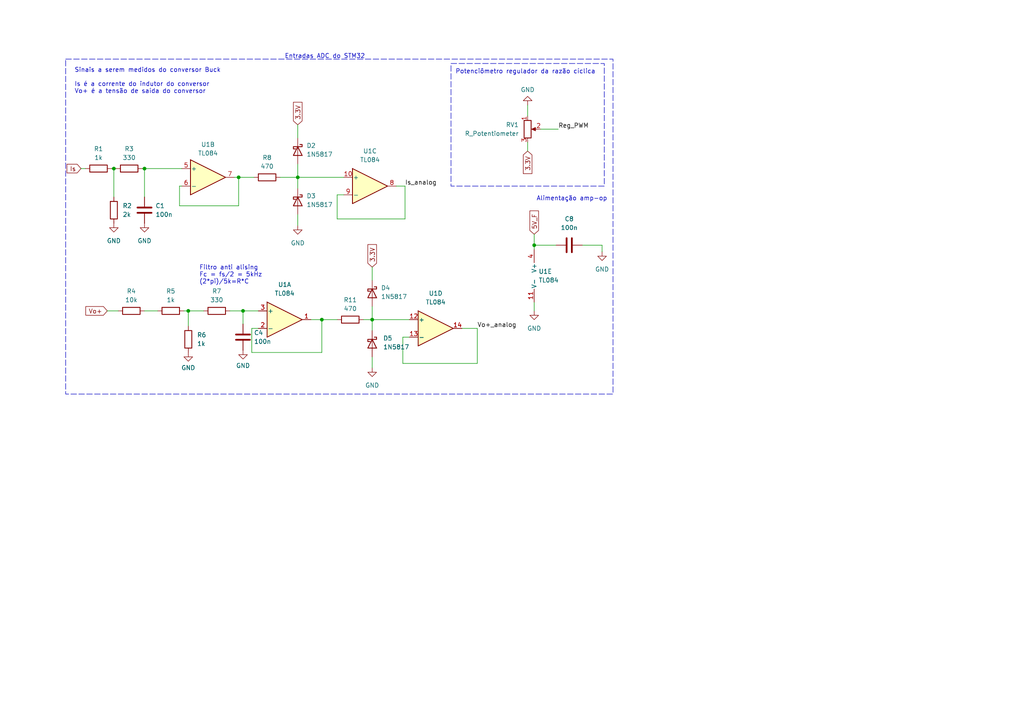
<source format=kicad_sch>
(kicad_sch (version 20230121) (generator eeschema)
  (paper "A4")
  (lib_symbols
    (symbol "Amplifier_Operational:TL084" (pin_names (offset 0.127))
      (property "Reference" "U" (at 0 5.08 0))
      (property "Value" "TL084" (at 0 -5.08 0))
      (symbol "TL084_1_1"
        (polyline (pts (xy -5.08 5.08) (xy 5.08 0) (xy -5.08 -5.08) (xy -5.08 5.08)) (stroke (width 0.254)) (fill (type background)))
        (pin output line (at 7.62 0 180) (length 2.54) (name "~") (number "1"))
        (pin input line (at -7.62 -2.54 0) (length 2.54) (name "-") (number "2"))
        (pin input line (at -7.62 2.54 0) (length 2.54) (name "+") (number "3"))
      )
      (symbol "TL084_2_1"
        (polyline (pts (xy -5.08 5.08) (xy 5.08 0) (xy -5.08 -5.08) (xy -5.08 5.08)) (stroke (width 0.254)) (fill (type background)))
        (pin input line (at -7.62 2.54 0) (length 2.54) (name "+") (number "5"))
        (pin input line (at -7.62 -2.54 0) (length 2.54) (name "-") (number "6"))
        (pin output line (at 7.62 0 180) (length 2.54) (name "~") (number "7"))
      )
      (symbol "TL084_3_1"
        (polyline (pts (xy -5.08 5.08) (xy 5.08 0) (xy -5.08 -5.08) (xy -5.08 5.08)) (stroke (width 0.254)) (fill (type background)))
        (pin input line (at -7.62 2.54 0) (length 2.54) (name "+") (number "10"))
        (pin output line (at 7.62 0 180) (length 2.54) (name "~") (number "8"))
        (pin input line (at -7.62 -2.54 0) (length 2.54) (name "-") (number "9"))
      )
      (symbol "TL084_4_1"
        (polyline (pts (xy -5.08 5.08) (xy 5.08 0) (xy -5.08 -5.08) (xy -5.08 5.08)) (stroke (width 0.254)) (fill (type background)))
        (pin input line (at -7.62 2.54 0) (length 2.54) (name "+") (number "12"))
        (pin input line (at -7.62 -2.54 0) (length 2.54) (name "-") (number "13"))
        (pin output line (at 7.62 0 180) (length 2.54) (name "~") (number "14"))
      )
      (symbol "TL084_5_1"
        (pin power_in line (at -2.54 -7.62 90) (length 3.81) (name "V-") (number "11"))
        (pin power_in line (at -2.54 7.62 270) (length 3.81) (name "V+") (number "4"))
      )
    )
    (symbol "Device:C" (pin_numbers hide) (pin_names (offset 0.254))
      (property "Reference" "C" (at 0.635 2.54 0))
      (property "Value" "C" (at 0.635 -2.54 0))
      (symbol "C_0_1"
        (polyline (pts (xy -2.032 -0.762) (xy 2.032 -0.762)) (stroke (width 0.508)))
        (polyline (pts (xy -2.032 0.762) (xy 2.032 0.762)) (stroke (width 0.508)))
      )
      (symbol "C_1_1"
        (pin passive line (at 0 3.81 270) (length 2.794) (name "~") (number "1"))
        (pin passive line (at 0 -3.81 90) (length 2.794) (name "~") (number "2"))
      )
    )
    (symbol "Device:R" (pin_numbers hide) (pin_names (offset 0))
      (property "Reference" "R" (at 2.032 0 90))
      (property "Value" "R" (at 0 0 90))
      (symbol "R_0_1"
        (rectangle (start -1.016 -2.54) (end 1.016 2.54) (stroke (width 0.254)))
      )
      (symbol "R_1_1"
        (pin passive line (at 0 3.81 270) (length 1.27) (name "~") (number "1"))
        (pin passive line (at 0 -3.81 90) (length 1.27) (name "~") (number "2"))
      )
    )
    (symbol "Device:R_Potentiometer" (pin_names (offset 1.016) hide)
      (property "Reference" "RV" (at -4.445 0 90))
      (property "Value" "R_Potentiometer" (at -2.54 0 90))
      (symbol "R_Potentiometer_0_1"
        (polyline (pts (xy 2.54 0) (xy 1.524 0)))
        (polyline (pts (xy 1.143 0) (xy 2.286 0.508) (xy 2.286 -0.508) (xy 1.143 0)) (fill (type outline)))
        (rectangle (start 1.016 2.54) (end -1.016 -2.54) (stroke (width 0.254)))
      )
      (symbol "R_Potentiometer_1_1"
        (pin passive line (at 0 3.81 270) (length 1.27) (name "1") (number "1"))
        (pin passive line (at 3.81 0 180) (length 1.27) (name "2") (number "2"))
        (pin passive line (at 0 -3.81 90) (length 1.27) (name "3") (number "3"))
      )
    )
    (symbol "Diode:1N5817" (pin_numbers hide) (pin_names (offset 1.016) hide)
      (property "Reference" "D" (at 0 2.54 0))
      (property "Value" "1N5817" (at 0 -2.54 0))
      (symbol "1N5817_0_1"
        (polyline (pts (xy 1.27 0) (xy -1.27 0)))
        (polyline (pts (xy 1.27 1.27) (xy 1.27 -1.27) (xy -1.27 0) (xy 1.27 1.27)) (stroke (width 0.254)))
        (polyline (pts (xy -1.905 0.635) (xy -1.905 1.27) (xy -1.27 1.27) (xy -1.27 -1.27) (xy -0.635 -1.27) (xy -0.635 -0.635)) (stroke (width 0.254)))
      )
      (symbol "1N5817_1_1"
        (pin passive line (at -3.81 0 0) (length 2.54) (name "K") (number "1"))
        (pin passive line (at 3.81 0 180) (length 2.54) (name "A") (number "2"))
      )
    )
    (symbol "power:GND" (power) (pin_names (offset 0))
      (property "Value" "GND" (at 0 -3.81 0))
      (symbol "GND_0_1"
        (polyline (pts (xy 0 0) (xy 0 -1.27) (xy 1.27 -1.27) (xy 0 -2.54) (xy -1.27 -1.27) (xy 0 -1.27)))
      )
      (symbol "GND_1_1"
        (pin power_in line (at 0 0 270) (length 0) hide (name "GND") (number "1"))
      )
    )
  )
  (junction (at 54.61 90.17))
  (junction (at 107.95 92.71))
  (junction (at 70.485 90.17))
  (junction (at 33.02 48.895))
  (junction (at 41.91 48.895))
  (junction (at 86.36 51.435))
  (junction (at 93.345 92.71))
  (junction (at 69.215 51.435))
  (junction (at 154.94 71.12))
  (wire (pts (xy 81.28 51.435) (xy 86.36 51.435)))
  (wire (pts (xy 41.91 48.895) (xy 41.91 57.15)))
  (wire (pts (xy 86.36 51.435) (xy 86.36 47.625)))
  (wire (pts (xy 133.985 95.25) (xy 138.43 95.25)))
  (wire (pts (xy 67.945 51.435) (xy 69.215 51.435)))
  (wire (pts (xy 70.485 93.98) (xy 70.485 90.17)))
  (wire (pts (xy 41.91 48.895) (xy 52.705 48.895)))
  (wire (pts (xy 138.43 95.25) (xy 138.43 105.41)))
  (wire (pts (xy 70.485 90.17) (xy 74.93 90.17)))
  (wire (pts (xy 73.025 95.25) (xy 74.93 95.25)))
  (wire (pts (xy 107.95 92.71) (xy 107.95 95.885)))
  (wire (pts (xy 154.94 67.945) (xy 154.94 71.12)))
  (wire (pts (xy 97.79 63.5) (xy 97.79 56.515)))
  (wire (pts (xy 33.02 48.895) (xy 33.655 48.895)))
  (wire (pts (xy 107.95 103.505) (xy 107.95 106.68)))
  (wire (pts (xy 32.385 48.895) (xy 33.02 48.895)))
  (wire (pts (xy 23.495 48.895) (xy 24.765 48.895)))
  (wire (pts (xy 52.07 59.69) (xy 69.215 59.69)))
  (wire (pts (xy 93.345 92.71) (xy 97.79 92.71)))
  (wire (pts (xy 86.36 51.435) (xy 86.36 54.61)))
  (wire (pts (xy 116.84 97.79) (xy 118.745 97.79)))
  (wire (pts (xy 154.94 71.12) (xy 161.29 71.12)))
  (wire (pts (xy 54.61 90.17) (xy 59.055 90.17)))
  (wire (pts (xy 97.79 56.515) (xy 99.695 56.515)))
  (wire (pts (xy 116.84 105.41) (xy 116.84 97.79)))
  (wire (pts (xy 154.94 71.12) (xy 154.94 72.39)))
  (wire (pts (xy 54.61 90.17) (xy 54.61 94.615)))
  (wire (pts (xy 52.705 53.975) (xy 52.07 53.975)))
  (wire (pts (xy 153.035 41.275) (xy 153.035 43.815)))
  (wire (pts (xy 69.215 51.435) (xy 73.66 51.435)))
  (wire (pts (xy 41.91 90.17) (xy 45.72 90.17)))
  (wire (pts (xy 66.675 90.17) (xy 70.485 90.17)))
  (wire (pts (xy 117.475 53.975) (xy 117.475 63.5)))
  (wire (pts (xy 31.115 90.17) (xy 34.29 90.17)))
  (wire (pts (xy 154.94 90.17) (xy 154.94 87.63)))
  (wire (pts (xy 33.02 48.895) (xy 33.02 57.15)))
  (wire (pts (xy 73.025 102.235) (xy 73.025 95.25)))
  (wire (pts (xy 86.36 36.195) (xy 86.36 40.005)))
  (wire (pts (xy 52.07 53.975) (xy 52.07 59.69)))
  (wire (pts (xy 114.935 53.975) (xy 117.475 53.975)))
  (wire (pts (xy 86.36 51.435) (xy 99.695 51.435)))
  (wire (pts (xy 153.035 30.48) (xy 153.035 33.655)))
  (wire (pts (xy 156.845 37.465) (xy 161.925 37.465)))
  (wire (pts (xy 69.215 51.435) (xy 69.215 59.69)))
  (wire (pts (xy 41.275 48.895) (xy 41.91 48.895)))
  (wire (pts (xy 93.345 102.235) (xy 73.025 102.235)))
  (wire (pts (xy 90.17 92.71) (xy 93.345 92.71)))
  (wire (pts (xy 174.625 73.025) (xy 174.625 71.12)))
  (wire (pts (xy 105.41 92.71) (xy 107.95 92.71)))
  (wire (pts (xy 107.95 92.71) (xy 118.745 92.71)))
  (wire (pts (xy 107.95 92.71) (xy 107.95 88.9)))
  (wire (pts (xy 107.95 77.47) (xy 107.95 81.28)))
  (wire (pts (xy 174.625 71.12) (xy 168.91 71.12)))
  (wire (pts (xy 93.345 92.71) (xy 93.345 102.235)))
  (wire (pts (xy 53.34 90.17) (xy 54.61 90.17)))
  (wire (pts (xy 138.43 105.41) (xy 116.84 105.41)))
  (wire (pts (xy 117.475 63.5) (xy 97.79 63.5)))
  (wire (pts (xy 86.36 62.23) (xy 86.36 65.405)))
  (rectangle (start 130.81 18.415) (end 175.26 53.975) (stroke (width 0) (type dash)))
  (rectangle (start 19.05 17.145) (end 177.8 114.3) (stroke (width 0) (type dash)))
  (text "Entradas ADC do STM32" (at 82.55 17.145 0) (effects (font (size 1.27 1.27)) (justify left bottom)))
  (text "Sinais a serem medidos do conversor Buck\n\nIs é a corrente do indutor do conversor\nVo+ é a tensão de saída do conversor\n" (at 21.59 27.305 0) (effects (font (size 1.27 1.27)) (justify left bottom)))
  (text "Filtro anti alising\nFc = fs/2 = 5kHz\n(2*pi)/5k=R*C" (at 57.785 82.55 0) (effects (font (size 1.27 1.27)) (justify left bottom)))
  (text "Alimentação amp-op" (at 155.575 58.42 0) (effects (font (size 1.27 1.27)) (justify left bottom)))
  (text "Potenciômetro regulador da razão cíclica" (at 132.08 21.59 0) (effects (font (size 1.27 1.27)) (justify left bottom)))
  (label "Vo+_analog" (at 138.43 95.25 0))
  (label "Is_analog" (at 117.475 53.975 0))
  (label "Reg_PWM" (at 161.925 37.465 0))
  (global_label "3.3V" (shape input) (at 153.035 43.815 270) (property "Intersheetrefs" "${INTERSHEET_REFS}" (effects hide)))
  (global_label "3.3V" (shape input) (at 86.36 36.195 90) (property "Intersheetrefs" "${INTERSHEET_REFS}" (effects hide)))
  (global_label "5V_F" (shape input) (at 154.94 67.945 90) (property "Intersheetrefs" "${INTERSHEET_REFS}" (effects hide)))
  (global_label "3.3V" (shape input) (at 107.95 77.47 90) (property "Intersheetrefs" "${INTERSHEET_REFS}" (effects hide)))
  (global_label "Is" (shape input) (at 23.495 48.895 180) (property "Intersheetrefs" "${INTERSHEET_REFS}" (effects hide)))
  (global_label "Vo+" (shape input) (at 31.115 90.17 180) (property "Intersheetrefs" "${INTERSHEET_REFS}" (effects hide)))
  (symbol (lib_id "power:GND") (at 107.95 106.68 0) (unit 1)
    (property "Reference" "#PWR014" (effects hide))
    (property "Value" "GND" (at 107.95 111.76 0))
  )
  (symbol (lib_id "Diode:1N5817") (at 86.36 58.42 270) (unit 1)
    (property "Reference" "D3" (at 88.9 56.8325 90) (effects (justify left)))
    (property "Value" "1N5817" (at 88.9 59.3725 90) (effects (justify left)))
    (property "Footprint" "Diode_THT:D_DO-41_SOD81_P10.16mm_Horizontal" (effects hide))
    (property "Datasheet" "http://www.vishay.com/docs/88525/1n5817.pdf" (effects hide))
    (instances (project "Instrumentação" (path "" (reference "D3") (unit 1)) (path "" (reference "D?") (unit 1))))
  )
  (symbol (lib_id "power:GND") (at 33.02 64.77 0) (unit 1)
    (property "Reference" "#PWR02" (effects hide))
    (property "Value" "GND" (at 33.02 69.85 0))
  )
  (symbol (lib_id "Amplifier_Operational:TL084") (at 107.315 53.975 0) (unit 3)
    (property "Reference" "U1" (at 107.315 43.815 0))
    (property "Value" "TL084" (at 107.315 46.355 0))
    (property "Footprint" "Package_DIP:DIP-14_W7.62mm_Socket" (effects hide))
    (property "Datasheet" "http://www.ti.com/lit/ds/symlink/tl081.pdf" (effects hide))
    (instances (project "Instrumentação" (path "" (reference "U1") (unit 3)) (path "" (reference "U?") (unit 3))))
  )
  (symbol (lib_id "Diode:1N5817") (at 107.95 99.695 270) (unit 1)
    (property "Reference" "D5" (at 111.125 98.1075 90) (effects (justify left)))
    (property "Value" "1N5817" (at 111.125 100.6475 90) (effects (justify left)))
    (property "Footprint" "Diode_THT:D_DO-41_SOD81_P10.16mm_Horizontal" (effects hide))
    (property "Datasheet" "http://www.vishay.com/docs/88525/1n5817.pdf" (effects hide))
    (instances (project "Instrumentação" (path "" (reference "D5") (unit 1)) (path "" (reference "D?") (unit 1))))
  )
  (symbol (lib_id "Device:C") (at 70.485 97.79 180) (unit 1)
    (property "Reference" "C4" (at 73.66 96.52 0) (effects (justify right)))
    (property "Value" "100n" (at 73.66 99.06 0) (effects (justify right)))
    (property "Footprint" "Capacitor_THT:C_Disc_D5.0mm_W2.5mm_P5.00mm" (effects hide))
    (instances (project "Instrumentação" (path "" (reference "C4") (unit 1)) (path "" (reference "C?") (unit 1))))
  )
  (symbol (lib_id "power:GND") (at 70.485 101.6 0) (unit 1)
    (property "Reference" "#PWR07" (effects hide))
    (property "Value" "GND" (at 70.485 106.045 0))
  )
  (symbol (lib_id "power:GND") (at 86.36 65.405 0) (unit 1)
    (property "Reference" "#PWR010" (effects hide))
    (property "Value" "GND" (at 86.36 70.485 0))
  )
  (symbol (lib_id "Amplifier_Operational:TL084") (at 82.55 92.71 0) (unit 1)
    (property "Reference" "U1" (at 82.55 82.55 0))
    (property "Value" "TL084" (at 82.55 85.09 0))
    (property "Footprint" "Package_DIP:DIP-14_W7.62mm_Socket" (effects hide))
    (property "Datasheet" "http://www.ti.com/lit/ds/symlink/tl081.pdf" (effects hide))
    (instances (project "Instrumentação" (path "" (reference "U1") (unit 1)) (path "" (reference "U?") (unit 1))))
  )
  (symbol (lib_id "Device:R") (at 38.1 90.17 90) (unit 1)
    (property "Reference" "R4" (at 38.1 84.455 90))
    (property "Value" "10k" (at 38.1 86.995 90))
    (property "Footprint" "Resistor_THT:R_Axial_DIN0204_L3.6mm_D1.6mm_P7.62mm_Horizontal" (effects hide))
    (instances (project "Instrumentação" (path "" (reference "R4") (unit 1)) (path "" (reference "R?") (unit 1))))
  )
  (symbol (lib_id "Device:C") (at 41.91 60.96 180) (unit 1)
    (property "Reference" "C1" (at 45.085 59.69 0) (effects (justify right)))
    (property "Value" "100n" (at 45.085 62.23 0) (effects (justify right)))
    (property "Footprint" "Capacitor_THT:C_Disc_D5.0mm_W2.5mm_P5.00mm" (effects hide))
    (instances (project "Instrumentação" (path "" (reference "C1") (unit 1)) (path "" (reference "C?") (unit 1))))
  )
  (symbol (lib_id "Device:R") (at 62.865 90.17 90) (unit 1)
    (property "Reference" "R7" (at 62.865 84.455 90))
    (property "Value" "330" (at 62.865 86.995 90))
    (property "Footprint" "Resistor_THT:R_Axial_DIN0204_L3.6mm_D1.6mm_P7.62mm_Horizontal" (effects hide))
    (instances (project "Instrumentação" (path "" (reference "R7") (unit 1)) (path "" (reference "R?") (unit 1))))
  )
  (symbol (lib_id "power:GND") (at 41.91 64.77 0) (unit 1)
    (property "Reference" "#PWR03" (effects hide))
    (property "Value" "GND" (at 41.91 69.85 0))
  )
  (symbol (lib_id "Device:R_Potentiometer") (at 153.035 37.465 0) (unit 1)
    (property "Reference" "RV1" (at 150.495 36.195 0) (effects (justify right)))
    (property "Value" "R_Potentiometer" (at 150.495 38.735 0) (effects (justify right)))
    (property "Footprint" "Potentiometer_THT:Potentiometer_Alps_RK163_Single_Horizontal" (effects hide))
    (instances (project "Instrumentação" (path "" (reference "RV1") (unit 1)) (path "" (reference "RV?") (unit 1))))
  )
  (symbol (lib_id "Amplifier_Operational:TL084") (at 157.48 80.01 0) (unit 5)
    (property "Reference" "U1" (at 156.21 78.74 0) (effects (justify left)))
    (property "Value" "TL084" (at 156.21 81.28 0) (effects (justify left)))
    (property "Footprint" "Package_DIP:DIP-14_W7.62mm_Socket" (effects hide))
    (property "Datasheet" "http://www.ti.com/lit/ds/symlink/tl081.pdf" (effects hide))
    (instances (project "Instrumentação" (path "" (reference "U1") (unit 5)) (path "" (reference "U?") (unit 5))))
  )
  (symbol (lib_id "Amplifier_Operational:TL084") (at 126.365 95.25 0) (unit 4)
    (property "Reference" "U1" (at 126.365 85.09 0))
    (property "Value" "TL084" (at 126.365 87.63 0))
    (property "Footprint" "Package_DIP:DIP-14_W7.62mm_Socket" (effects hide))
    (property "Datasheet" "http://www.ti.com/lit/ds/symlink/tl081.pdf" (effects hide))
    (instances (project "Instrumentação" (path "" (reference "U1") (unit 4)) (path "" (reference "U?") (unit 4))))
  )
  (symbol (lib_id "Device:R") (at 28.575 48.895 90) (unit 1)
    (property "Reference" "R1" (at 28.575 43.18 90))
    (property "Value" "1k" (at 28.575 45.72 90))
    (property "Footprint" "Resistor_THT:R_Axial_DIN0204_L3.6mm_D1.6mm_P7.62mm_Horizontal" (effects hide))
    (instances (project "Instrumentação" (path "" (reference "R1") (unit 1)) (path "" (reference "R?") (unit 1))))
  )
  (symbol (lib_id "Device:R") (at 37.465 48.895 270) (unit 1)
    (property "Reference" "R3" (at 37.465 43.18 90))
    (property "Value" "330" (at 37.465 45.72 90))
    (property "Footprint" "Resistor_THT:R_Axial_DIN0204_L3.6mm_D1.6mm_P7.62mm_Horizontal" (effects hide))
    (instances (project "Instrumentação" (path "" (reference "R3") (unit 1)) (path "" (reference "R?") (unit 1))))
  )
  (symbol (lib_id "Device:C") (at 165.1 71.12 90) (unit 1)
    (property "Reference" "C8" (at 165.1 63.5 90))
    (property "Value" "100n" (at 165.1 66.04 90))
    (property "Footprint" "Capacitor_THT:C_Disc_D5.0mm_W2.5mm_P5.00mm" (effects hide))
    (instances (project "Instrumentação" (path "" (reference "C8") (unit 1)) (path "" (reference "C?") (unit 1))))
  )
  (symbol (lib_id "Device:R") (at 49.53 90.17 90) (unit 1)
    (property "Reference" "R5" (at 49.53 84.455 90))
    (property "Value" "1k" (at 49.53 86.995 90))
    (property "Footprint" "Resistor_THT:R_Axial_DIN0204_L3.6mm_D1.6mm_P7.62mm_Horizontal" (effects hide))
    (instances (project "Instrumentação" (path "" (reference "R5") (unit 1)) (path "" (reference "R?") (unit 1))))
  )
  (symbol (lib_id "Amplifier_Operational:TL084") (at 60.325 51.435 0) (unit 2)
    (property "Reference" "U1" (at 60.325 41.91 0))
    (property "Value" "TL084" (at 60.325 44.45 0))
    (property "Footprint" "Package_DIP:DIP-14_W7.62mm_Socket" (effects hide))
    (property "Datasheet" "http://www.ti.com/lit/ds/symlink/tl081.pdf" (effects hide))
    (instances (project "Instrumentação" (path "" (reference "U1") (unit 2)) (path "" (reference "U?") (unit 2))))
  )
  (symbol (lib_id "Diode:1N5817") (at 86.36 43.815 270) (unit 1)
    (property "Reference" "D2" (at 88.9 42.2275 90) (effects (justify left)))
    (property "Value" "1N5817" (at 88.9 44.7675 90) (effects (justify left)))
    (property "Footprint" "Diode_THT:D_DO-41_SOD81_P10.16mm_Horizontal" (effects hide))
    (property "Datasheet" "http://www.vishay.com/docs/88525/1n5817.pdf" (effects hide))
    (instances (project "Instrumentação" (path "" (reference "D2") (unit 1)) (path "" (reference "D?") (unit 1))))
  )
  (symbol (lib_id "power:GND") (at 54.61 102.235 0) (unit 1)
    (property "Reference" "#PWR04" (effects hide))
    (property "Value" "GND" (at 54.61 106.68 0))
  )
  (symbol (lib_id "Device:R") (at 54.61 98.425 180) (unit 1)
    (property "Reference" "R6" (at 57.15 97.155 0) (effects (justify right)))
    (property "Value" "1k" (at 57.15 99.695 0) (effects (justify right)))
    (property "Footprint" "Resistor_THT:R_Axial_DIN0204_L3.6mm_D1.6mm_P7.62mm_Horizontal" (effects hide))
    (instances (project "Instrumentação" (path "" (reference "R6") (unit 1)) (path "" (reference "R?") (unit 1))))
  )
  (symbol (lib_id "Device:R") (at 77.47 51.435 270) (unit 1)
    (property "Reference" "R8" (at 77.47 45.72 90))
    (property "Value" "470" (at 77.47 48.26 90))
    (property "Footprint" "Resistor_THT:R_Axial_DIN0204_L3.6mm_D1.6mm_P7.62mm_Horizontal" (effects hide))
    (instances (project "Instrumentação" (path "" (reference "R8") (unit 1)) (path "" (reference "R?") (unit 1))))
  )
  (symbol (lib_id "power:GND") (at 153.035 30.48 180) (unit 1)
    (property "Reference" "#PWR018" (effects hide))
    (property "Value" "GND" (at 153.035 26.035 0))
  )
  (symbol (lib_id "Diode:1N5817") (at 107.95 85.09 270) (unit 1)
    (property "Reference" "D4" (at 110.49 83.5025 90) (effects (justify left)))
    (property "Value" "1N5817" (at 110.49 86.0425 90) (effects (justify left)))
    (property "Footprint" "Diode_THT:D_DO-41_SOD81_P10.16mm_Horizontal" (effects hide))
    (property "Datasheet" "http://www.vishay.com/docs/88525/1n5817.pdf" (effects hide))
    (instances (project "Instrumentação" (path "" (reference "D4") (unit 1)) (path "" (reference "D?") (unit 1))))
  )
  (symbol (lib_id "power:GND") (at 154.94 90.17 0) (unit 1)
    (property "Reference" "#PWR019" (effects hide))
    (property "Value" "GND" (at 154.94 95.25 0))
  )
  (symbol (lib_id "power:GND") (at 174.625 73.025 0) (unit 1)
    (property "Reference" "#PWR022" (effects hide))
    (property "Value" "GND" (at 174.625 78.105 0))
  )
  (symbol (lib_id "Device:R") (at 101.6 92.71 90) (unit 1)
    (property "Reference" "R11" (at 101.6 86.995 90))
    (property "Value" "470" (at 101.6 89.535 90))
    (property "Footprint" "Resistor_THT:R_Axial_DIN0204_L3.6mm_D1.6mm_P7.62mm_Horizontal" (effects hide))
    (instances (project "Instrumentação" (path "" (reference "R11") (unit 1)) (path "" (reference "R?") (unit 1))))
  )
  (symbol (lib_id "Device:R") (at 33.02 60.96 180) (unit 1)
    (property "Reference" "R2" (at 35.56 59.69 0) (effects (justify right)))
    (property "Value" "2k" (at 35.56 62.23 0) (effects (justify right)))
    (property "Footprint" "Resistor_THT:R_Axial_DIN0204_L3.6mm_D1.6mm_P7.62mm_Horizontal" (effects hide))
    (instances (project "Instrumentação" (path "" (reference "R2") (unit 1)) (path "" (reference "R?") (unit 1))))
  )
)
</source>
